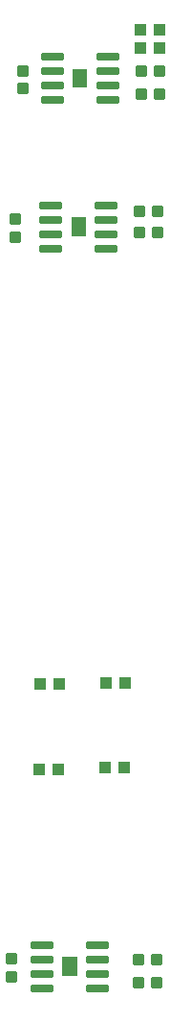
<source format=gbr>
%TF.GenerationSoftware,Altium Limited,Altium Designer,20.0.13 (296)*%
G04 Layer_Color=8421504*
%FSLAX45Y45*%
%MOMM*%
%TF.FileFunction,Paste,Top*%
%TF.Part,Single*%
G01*
G75*
%TA.AperFunction,SMDPad,CuDef*%
%ADD10R,1.10000X1.00000*%
G04:AMPARAMS|DCode=12|XSize=1.97mm|YSize=0.6mm|CornerRadius=0.075mm|HoleSize=0mm|Usage=FLASHONLY|Rotation=0.000|XOffset=0mm|YOffset=0mm|HoleType=Round|Shape=RoundedRectangle|*
%AMROUNDEDRECTD12*
21,1,1.97000,0.45000,0,0,0.0*
21,1,1.82000,0.60000,0,0,0.0*
1,1,0.15000,0.91000,-0.22500*
1,1,0.15000,-0.91000,-0.22500*
1,1,0.15000,-0.91000,0.22500*
1,1,0.15000,0.91000,0.22500*
%
%ADD12ROUNDEDRECTD12*%
G04:AMPARAMS|DCode=13|XSize=0.94mm|YSize=1.02mm|CornerRadius=0.094mm|HoleSize=0mm|Usage=FLASHONLY|Rotation=0.000|XOffset=0mm|YOffset=0mm|HoleType=Round|Shape=RoundedRectangle|*
%AMROUNDEDRECTD13*
21,1,0.94000,0.83200,0,0,0.0*
21,1,0.75200,1.02000,0,0,0.0*
1,1,0.18800,0.37600,-0.41600*
1,1,0.18800,-0.37600,-0.41600*
1,1,0.18800,-0.37600,0.41600*
1,1,0.18800,0.37600,0.41600*
%
%ADD13ROUNDEDRECTD13*%
G04:AMPARAMS|DCode=14|XSize=0.94mm|YSize=1.02mm|CornerRadius=0.094mm|HoleSize=0mm|Usage=FLASHONLY|Rotation=90.000|XOffset=0mm|YOffset=0mm|HoleType=Round|Shape=RoundedRectangle|*
%AMROUNDEDRECTD14*
21,1,0.94000,0.83200,0,0,90.0*
21,1,0.75200,1.02000,0,0,90.0*
1,1,0.18800,0.41600,0.37600*
1,1,0.18800,0.41600,-0.37600*
1,1,0.18800,-0.41600,-0.37600*
1,1,0.18800,-0.41600,0.37600*
%
%ADD14ROUNDEDRECTD14*%
G36*
X14603606Y3799654D02*
X14474605D01*
Y3963655D01*
X14603606D01*
Y3799654D01*
D02*
G37*
G36*
X14682201Y10319300D02*
X14553200D01*
Y10483300D01*
X14682201D01*
Y10319300D01*
D02*
G37*
G36*
X14694901Y11627400D02*
X14565900D01*
Y11791400D01*
X14694901D01*
Y11627400D01*
D02*
G37*
D10*
X15337698Y11976100D02*
D03*
X15167702D02*
D03*
X15337698Y12141200D02*
D03*
X15167702D02*
D03*
X15032899Y6383401D02*
D03*
X14862901D02*
D03*
X15020200Y5634101D02*
D03*
X14850201D02*
D03*
X14448698Y6370701D02*
D03*
X14278700D02*
D03*
X14435999Y5621401D02*
D03*
X14266000D02*
D03*
D12*
X14877898Y11899900D02*
D03*
Y11772900D02*
D03*
Y11645900D02*
D03*
Y11518900D02*
D03*
X14382903D02*
D03*
Y11645900D02*
D03*
Y11772900D02*
D03*
Y11899900D02*
D03*
X14786604Y4072153D02*
D03*
Y3945153D02*
D03*
Y3818153D02*
D03*
Y3691153D02*
D03*
X14291611D02*
D03*
Y3818153D02*
D03*
Y3945153D02*
D03*
Y4072153D02*
D03*
X14865198Y10591800D02*
D03*
Y10464800D02*
D03*
Y10337800D02*
D03*
Y10210800D02*
D03*
X14370203D02*
D03*
Y10337800D02*
D03*
Y10464800D02*
D03*
Y10591800D02*
D03*
D13*
X15173701Y11772900D02*
D03*
X15331699D02*
D03*
X15173701Y11569700D02*
D03*
X15331699D02*
D03*
X15148302Y3945001D02*
D03*
X15306299D02*
D03*
X15148302Y3741801D02*
D03*
X15306299D02*
D03*
X15161002Y10350500D02*
D03*
X15318999D02*
D03*
X15161002Y10541000D02*
D03*
X15318999D02*
D03*
D14*
X14122400Y11617701D02*
D03*
Y11775699D02*
D03*
X14020799Y3789802D02*
D03*
Y3947800D02*
D03*
X14058900Y10309601D02*
D03*
Y10467599D02*
D03*
%TF.MD5,9e9a36735a09cb29acaa9e268e206a5e*%
M02*

</source>
